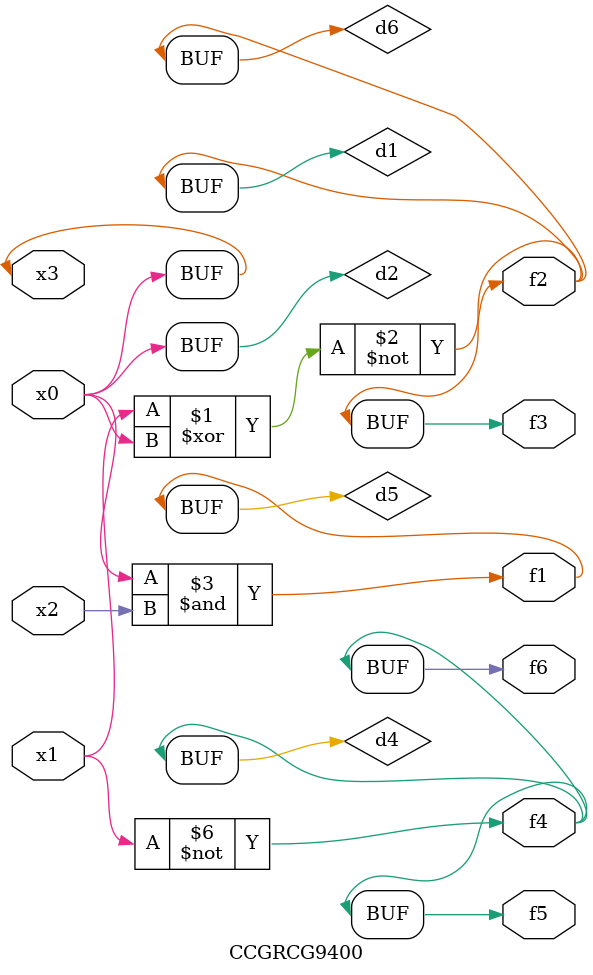
<source format=v>
module CCGRCG9400(
	input x0, x1, x2, x3,
	output f1, f2, f3, f4, f5, f6
);

	wire d1, d2, d3, d4, d5, d6;

	xnor (d1, x1, x3);
	buf (d2, x0, x3);
	nand (d3, x0, x2);
	not (d4, x1);
	nand (d5, d3);
	or (d6, d1);
	assign f1 = d5;
	assign f2 = d6;
	assign f3 = d6;
	assign f4 = d4;
	assign f5 = d4;
	assign f6 = d4;
endmodule

</source>
